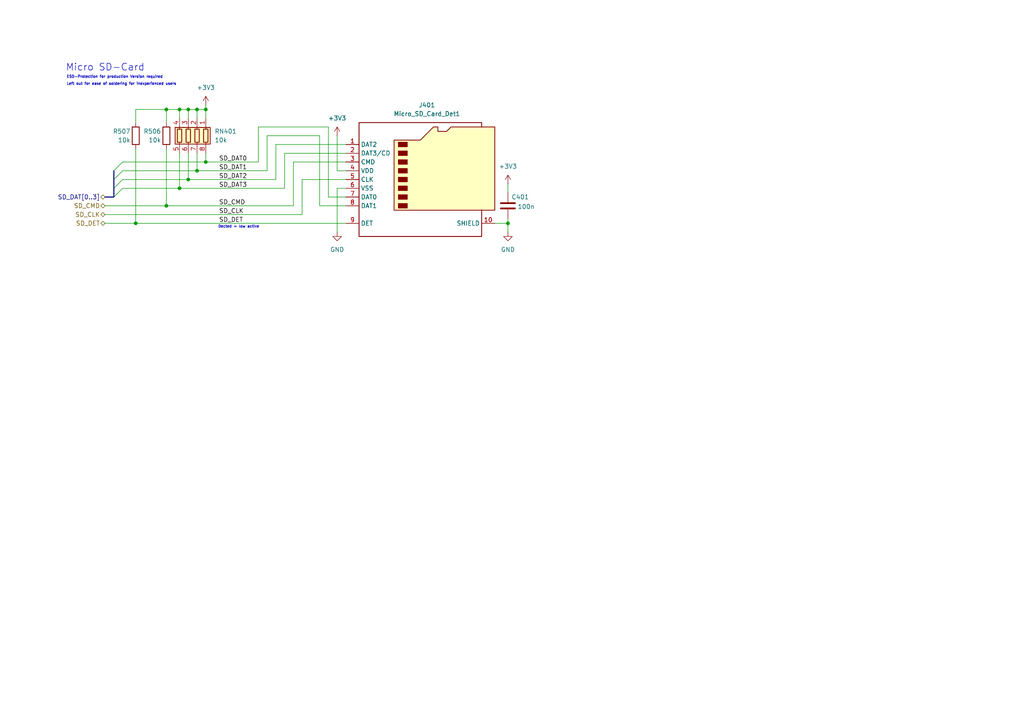
<source format=kicad_sch>
(kicad_sch (version 20250114) (generator "eeschema") (generator_version "9.0")
  (paper "A4")
  (lib_symbols
    (symbol "+3V3_1" (power) (pin_numbers (hide yes)) (pin_names (offset 0) (hide yes))
      (property "Value" "+3V3" (at 0 3.556 0))
      (symbol "+3V3_1_0_1"
        (polyline (pts (xy -0.762 1.27) (xy 0 2.54)))
        (polyline (pts (xy 0 2.54) (xy 0.762 1.27)))
        (polyline (pts (xy 0 0) (xy 0 2.54)))
      )
      (symbol "+3V3_1_1_1"
        (pin power_in line (at 0 0 90) (length 0) (name "~") (number "1"))
      )
    )
    (symbol "Connector:Micro_SD_Card_Det1"
      (property "Reference" "J" (at -16.51 17.78 0))
      (property "Value" "Micro_SD_Card_Det1" (at 16.51 17.78 0))
      (symbol "Micro_SD_Card_Det1_0_1"
        (polyline (pts (xy -8.89 -8.89) (xy -8.89 11.43) (xy -1.27 11.43) (xy 2.54 15.24) (xy 3.81 15.24) (xy 3.81 13.97) (xy 6.35 13.97) (xy 7.62 15.24) (xy 20.32 15.24) (xy 20.32 -8.89) (xy -8.89 -8.89)) (stroke (width 0.254)) (fill (type background)))
        (rectangle (start -7.62 10.795) (end -5.08 9.525) (stroke (width 0.254)) (fill (type outline)))
        (rectangle (start -7.62 8.255) (end -5.08 6.985) (stroke (width 0.254)) (fill (type outline)))
        (rectangle (start -7.62 5.715) (end -5.08 4.445) (stroke (width 0.254)) (fill (type outline)))
        (rectangle (start -7.62 3.175) (end -5.08 1.905) (stroke (width 0.254)) (fill (type outline)))
        (rectangle (start -7.62 0.635) (end -5.08 -0.635) (stroke (width 0.254)) (fill (type outline)))
        (rectangle (start -7.62 -1.905) (end -5.08 -3.175) (stroke (width 0.254)) (fill (type outline)))
        (rectangle (start -7.62 -4.445) (end -5.08 -5.715) (stroke (width 0.254)) (fill (type outline)))
        (rectangle (start -7.62 -6.985) (end -5.08 -8.255) (stroke (width 0.254)) (fill (type outline)))
        (polyline (pts (xy 16.51 15.24) (xy 16.51 16.51) (xy -19.05 16.51) (xy -19.05 -16.51) (xy 16.51 -16.51) (xy 16.51 -8.89)) (stroke (width 0.254)))
      )
      (symbol "Micro_SD_Card_Det1_1_1"
        (pin bidirectional line (at -22.86 10.16 0) (length 3.81) (name "DAT2") (number "1"))
        (pin bidirectional line (at -22.86 7.62 0) (length 3.81) (name "DAT3/CD") (number "2"))
        (pin input line (at -22.86 5.08 0) (length 3.81) (name "CMD") (number "3"))
        (pin power_in line (at -22.86 2.54 0) (length 3.81) (name "VDD") (number "4"))
        (pin input line (at -22.86 0 0) (length 3.81) (name "CLK") (number "5"))
        (pin power_in line (at -22.86 -2.54 0) (length 3.81) (name "VSS") (number "6"))
        (pin bidirectional line (at -22.86 -5.08 0) (length 3.81) (name "DAT0") (number "7"))
        (pin bidirectional line (at -22.86 -7.62 0) (length 3.81) (name "DAT1") (number "8"))
        (pin passive line (at -22.86 -12.7 0) (length 3.81) (name "DET") (number "9"))
        (pin passive line (at 20.32 -12.7 180) (length 3.81) (name "SHIELD") (number "10"))
      )
    )
    (symbol "Device:C" (pin_numbers (hide yes)) (pin_names (offset 0.254))
      (property "Reference" "C" (at 0.635 2.54 0))
      (property "Value" "C" (at 0.635 -2.54 0))
      (symbol "C_0_1"
        (polyline (pts (xy -2.032 0.762) (xy 2.032 0.762)) (stroke (width 0.508)))
        (polyline (pts (xy -2.032 -0.762) (xy 2.032 -0.762)) (stroke (width 0.508)))
      )
      (symbol "C_1_1"
        (pin passive line (at 0 3.81 270) (length 2.794) (name "~") (number "1"))
        (pin passive line (at 0 -3.81 90) (length 2.794) (name "~") (number "2"))
      )
    )
    (symbol "Device:R" (pin_numbers (hide yes)) (pin_names (offset 0))
      (property "Reference" "R" (at 2.032 0 90))
      (property "Value" "R" (at 0 0 90))
      (symbol "R_0_1"
        (rectangle (start -1.016 -2.54) (end 1.016 2.54) (stroke (width 0.254)))
      )
      (symbol "R_1_1"
        (pin passive line (at 0 3.81 270) (length 1.27) (name "~") (number "1"))
        (pin passive line (at 0 -3.81 90) (length 1.27) (name "~") (number "2"))
      )
    )
    (symbol "Device:R_Pack04" (pin_names (offset 0) (hide yes))
      (property "Reference" "RN" (at -7.62 0 90))
      (property "Value" "R_Pack04" (at 5.08 0 90))
      (symbol "R_Pack04_0_1"
        (rectangle (start -6.35 -2.413) (end 3.81 2.413) (stroke (width 0.254)) (fill (type background)))
        (rectangle (start -5.715 1.905) (end -4.445 -1.905) (stroke (width 0.254)))
        (polyline (pts (xy -5.08 1.905) (xy -5.08 2.54)))
        (polyline (pts (xy -5.08 -2.54) (xy -5.08 -1.905)))
        (rectangle (start -3.175 1.905) (end -1.905 -1.905) (stroke (width 0.254)))
        (polyline (pts (xy -2.54 1.905) (xy -2.54 2.54)))
        (polyline (pts (xy -2.54 -2.54) (xy -2.54 -1.905)))
        (rectangle (start -0.635 1.905) (end 0.635 -1.905) (stroke (width 0.254)))
        (polyline (pts (xy 0 1.905) (xy 0 2.54)))
        (polyline (pts (xy 0 -2.54) (xy 0 -1.905)))
        (rectangle (start 1.905 1.905) (end 3.175 -1.905) (stroke (width 0.254)))
        (polyline (pts (xy 2.54 1.905) (xy 2.54 2.54)))
        (polyline (pts (xy 2.54 -2.54) (xy 2.54 -1.905)))
      )
      (symbol "R_Pack04_1_1"
        (pin passive line (at -5.08 5.08 270) (length 2.54) (name "R1.2") (number "8"))
        (pin passive line (at -5.08 -5.08 90) (length 2.54) (name "R1.1") (number "1"))
        (pin passive line (at -2.54 5.08 270) (length 2.54) (name "R2.2") (number "7"))
        (pin passive line (at -2.54 -5.08 90) (length 2.54) (name "R2.1") (number "2"))
        (pin passive line (at 0 5.08 270) (length 2.54) (name "R3.2") (number "6"))
        (pin passive line (at 0 -5.08 90) (length 2.54) (name "R3.1") (number "3"))
        (pin passive line (at 2.54 5.08 270) (length 2.54) (name "R4.2") (number "5"))
        (pin passive line (at 2.54 -5.08 90) (length 2.54) (name "R4.1") (number "4"))
      )
    )
    (symbol "GND_1" (power) (pin_numbers (hide yes)) (pin_names (offset 0) (hide yes))
      (property "Value" "GND" (at 0 -3.81 0))
      (symbol "GND_1_0_1"
        (polyline (pts (xy 0 0) (xy 0 -1.27) (xy 1.27 -1.27) (xy 0 -2.54) (xy -1.27 -1.27) (xy 0 -1.27)))
      )
      (symbol "GND_1_1_1"
        (pin power_in line (at 0 0 270) (length 0) (name "~") (number "1"))
      )
    )
  )
  (text "ESD-Protection for production Version required" (at 19.304 22.86 0) (effects (font (size 0.762 0.762)) (justify left bottom)))
  (text "Left out for ease of soldering for inexperienced users" (at 19.304 24.892 0) (effects (font (size 0.762 0.762)) (justify left bottom)))
  (text "Micro SD-Card" (at 19.05 20.828 0) (effects (font (size 2 2)) (justify left bottom)))
  (text "Dected = low active" (at 63.246 66.294 0) (effects (font (size 0.762 0.762)) (justify left bottom)))
  (junction (at 147.32 64.77))
  (junction (at 54.61 31.75))
  (junction (at 59.69 31.75))
  (junction (at 48.26 59.69))
  (junction (at 52.07 31.75))
  (junction (at 52.07 54.61))
  (junction (at 48.26 31.75))
  (junction (at 59.69 46.99))
  (junction (at 57.15 49.53))
  (junction (at 54.61 52.07))
  (junction (at 57.15 31.75))
  (junction (at 39.37 64.77))
  (bus_entry (at 35.56 46.99) (size -2.54 2.54))
  (bus_entry (at 35.56 49.53) (size -2.54 2.54))
  (bus_entry (at 35.56 54.61) (size -2.54 2.54))
  (bus_entry (at 35.56 52.07) (size -2.54 2.54))
  (wire (pts (xy 147.32 64.77) (xy 147.32 67.31)))
  (wire (pts (xy 48.26 59.69) (xy 85.09 59.69)))
  (wire (pts (xy 57.15 49.53) (xy 77.47 49.53)))
  (wire (pts (xy 35.56 54.61) (xy 52.07 54.61)))
  (wire (pts (xy 85.09 59.69) (xy 85.09 46.99)))
  (bus (pts (xy 33.02 57.15) (xy 30.48 57.15)))
  (wire (pts (xy 97.79 54.61) (xy 97.79 67.31)))
  (bus (pts (xy 33.02 54.61) (xy 33.02 57.15)))
  (wire (pts (xy 54.61 52.07) (xy 80.01 52.07)))
  (wire (pts (xy 39.37 43.18) (xy 39.37 64.77)))
  (wire (pts (xy 97.79 54.61) (xy 100.33 54.61)))
  (wire (pts (xy 80.01 41.91) (xy 100.33 41.91)))
  (wire (pts (xy 52.07 44.45) (xy 52.07 54.61)))
  (wire (pts (xy 95.25 57.15) (xy 100.33 57.15)))
  (wire (pts (xy 54.61 31.75) (xy 52.07 31.75)))
  (wire (pts (xy 35.56 46.99) (xy 59.69 46.99)))
  (wire (pts (xy 57.15 31.75) (xy 57.15 34.29)))
  (wire (pts (xy 92.71 39.37) (xy 77.47 39.37)))
  (wire (pts (xy 39.37 35.56) (xy 39.37 31.75)))
  (wire (pts (xy 82.55 54.61) (xy 82.55 44.45)))
  (bus (pts (xy 33.02 49.53) (xy 33.02 52.07)))
  (wire (pts (xy 39.37 64.77) (xy 100.33 64.77)))
  (wire (pts (xy 85.09 46.99) (xy 100.33 46.99)))
  (wire (pts (xy 59.69 31.75) (xy 59.69 34.29)))
  (wire (pts (xy 97.79 49.53) (xy 97.79 39.37)))
  (wire (pts (xy 87.63 52.07) (xy 100.33 52.07)))
  (wire (pts (xy 35.56 52.07) (xy 54.61 52.07)))
  (wire (pts (xy 30.48 62.23) (xy 87.63 62.23)))
  (wire (pts (xy 52.07 31.75) (xy 52.07 34.29)))
  (wire (pts (xy 87.63 62.23) (xy 87.63 52.07)))
  (wire (pts (xy 39.37 31.75) (xy 48.26 31.75)))
  (bus (pts (xy 33.02 52.07) (xy 33.02 54.61)))
  (wire (pts (xy 95.25 36.83) (xy 74.93 36.83)))
  (wire (pts (xy 97.79 49.53) (xy 100.33 49.53)))
  (wire (pts (xy 80.01 52.07) (xy 80.01 41.91)))
  (wire (pts (xy 39.37 64.77) (xy 30.48 64.77)))
  (wire (pts (xy 52.07 54.61) (xy 82.55 54.61)))
  (wire (pts (xy 57.15 31.75) (xy 54.61 31.75)))
  (wire (pts (xy 59.69 46.99) (xy 74.93 46.99)))
  (wire (pts (xy 77.47 39.37) (xy 77.47 49.53)))
  (wire (pts (xy 92.71 59.69) (xy 92.71 39.37)))
  (wire (pts (xy 59.69 31.75) (xy 57.15 31.75)))
  (wire (pts (xy 54.61 44.45) (xy 54.61 52.07)))
  (wire (pts (xy 48.26 31.75) (xy 52.07 31.75)))
  (wire (pts (xy 54.61 31.75) (xy 54.61 34.29)))
  (wire (pts (xy 59.69 30.48) (xy 59.69 31.75)))
  (wire (pts (xy 82.55 44.45) (xy 100.33 44.45)))
  (wire (pts (xy 48.26 31.75) (xy 48.26 35.56)))
  (wire (pts (xy 48.26 59.69) (xy 30.48 59.69)))
  (wire (pts (xy 57.15 44.45) (xy 57.15 49.53)))
  (wire (pts (xy 95.25 57.15) (xy 95.25 36.83)))
  (wire (pts (xy 74.93 36.83) (xy 74.93 46.99)))
  (wire (pts (xy 35.56 49.53) (xy 57.15 49.53)))
  (wire (pts (xy 92.71 59.69) (xy 100.33 59.69)))
  (wire (pts (xy 147.32 53.34) (xy 147.32 55.88)))
  (wire (pts (xy 59.69 46.99) (xy 59.69 44.45)))
  (wire (pts (xy 147.32 63.5) (xy 147.32 64.77)))
  (wire (pts (xy 48.26 43.18) (xy 48.26 59.69)))
  (wire (pts (xy 143.51 64.77) (xy 147.32 64.77)))
  (label "SD_DAT2" (at 63.5 52.07 0))
  (label "SD_CMD" (at 63.5 59.69 0))
  (label "SD_DAT0" (at 63.5 46.99 0))
  (label "SD_DAT1" (at 63.5 49.53 0))
  (label "SD_CLK" (at 63.5 62.23 0))
  (label "SD_DET" (at 63.5 64.77 0))
  (label "SD_DAT3" (at 63.5 54.61 0))
  (hierarchical_label "SD_CMD" (shape bidirectional) (at 30.48 59.69 180))
  (hierarchical_label "SD_CLK" (shape bidirectional) (at 30.48 62.23 180))
  (hierarchical_label "SD_DAT[0..3]" (shape bidirectional) (at 30.48 57.15 180))
  (hierarchical_label "SD_DET" (shape bidirectional) (at 30.48 64.77 180))
  (symbol (lib_id "Device:C") (at 147.32 59.69 0) (unit 1)
    (property "Reference" "C401" (at 148.336 57.15 0) (effects (justify left)))
    (property "Value" "100n" (at 150.114 59.944 0) (effects (justify left)))
    (property "Footprint" "Capacitor_SMD:C_0805_2012Metric_Pad1.18x1.45mm_HandSolder" (effects (hide yes)))
    (property "Description" "Unpolarized capacitor" (effects (hide yes)))
  )
  (symbol (lib_id "Device:R_Pack04") (at 54.61 39.37 180) (unit 1)
    (property "Reference" "RN401" (at 62.23 38.0999 0) (effects (justify right)))
    (property "Value" "10k" (at 62.23 40.6399 0) (effects (justify right)))
    (property "Footprint" "Resistor_SMD:R_Array_Convex_4x0603" (effects (hide yes)))
    (property "Description" "4 resistor network, parallel topology" (effects (hide yes)))
  )
  (symbol (lib_id "Device:R") (at 39.37 39.37 0) (mirror y) (unit 1)
    (property "Reference" "R507" (at 37.846 38.1 0) (effects (justify left)))
    (property "Value" "10k" (at 37.846 40.64 0) (effects (justify left)))
    (property "Footprint" "Resistor_SMD:R_0805_2012Metric_Pad1.20x1.40mm_HandSolder" (effects (hide yes)))
    (property "Description" "Resistor" (effects (hide yes)))
  )
  (symbol (lib_name "+3V3_1") (lib_id "power:+3V3") (at 59.69 30.48 0) (mirror y) (unit 1)
    (property "Reference" "#PWR0401" (effects (hide yes)))
    (property "Value" "+3V3" (at 59.69 25.4 0))
    (property "Description" "Power symbol creates a global label with name \"+3V3\"" (effects (hide yes)))
  )
  (symbol (lib_name "+3V3_1") (lib_id "power:+3V3") (at 97.79 39.37 0) (unit 1)
    (property "Reference" "#PWR0402" (effects (hide yes)))
    (property "Value" "+3V3" (at 97.79 34.29 0))
    (property "Description" "Power symbol creates a global label with name \"+3V3\"" (effects (hide yes)))
  )
  (symbol (lib_name "+3V3_1") (lib_id "power:+3V3") (at 147.32 53.34 0) (unit 1)
    (property "Reference" "#PWR0404" (effects (hide yes)))
    (property "Value" "+3V3" (at 147.32 48.26 0))
    (property "Description" "Power symbol creates a global label with name \"+3V3\"" (effects (hide yes)))
  )
  (symbol (lib_name "GND_1") (lib_id "power:GND") (at 97.79 67.31 0) (unit 1)
    (property "Reference" "#PWR0403" (effects (hide yes)))
    (property "Value" "GND" (at 97.79 72.39 0))
    (property "Description" "Power symbol creates a global label with name \"GND\" , ground" (effects (hide yes)))
  )
  (symbol (lib_name "GND_1") (lib_id "power:GND") (at 147.32 67.31 0) (unit 1)
    (property "Reference" "#PWR0405" (effects (hide yes)))
    (property "Value" "GND" (at 147.32 72.39 0))
    (property "Description" "Power symbol creates a global label with name \"GND\" , ground" (effects (hide yes)))
  )
  (symbol (lib_id "Connector:Micro_SD_Card_Det1") (at 123.19 52.07 0) (unit 1)
    (property "Reference" "J401" (at 123.825 30.48 0))
    (property "Value" "Micro_SD_Card_Det1" (at 123.825 33.02 0))
    (property "Footprint" "Connector_Card:microSD_HC_Hirose_DM3AT-SF-PEJM5" (effects (hide yes)))
    (property "Datasheet" "https://datasheet.lcsc.com/lcsc/2110151630_XKB-Connectivity-XKTF-015-N_C381082.pdf" (effects (hide yes)))
    (property "Description" "Micro SD Card Socket with one card detection pin" (effects (hide yes)))
  )
  (symbol (lib_id "Device:R") (at 48.26 39.37 0) (mirror y) (unit 1)
    (property "Reference" "R506" (at 46.736 38.1 0) (effects (justify left)))
    (property "Value" "10k" (at 46.736 40.64 0) (effects (justify left)))
    (property "Footprint" "Resistor_SMD:R_0805_2012Metric_Pad1.20x1.40mm_HandSolder" (effects (hide yes)))
    (property "Description" "Resistor" (effects (hide yes)))
  )
)
</source>
